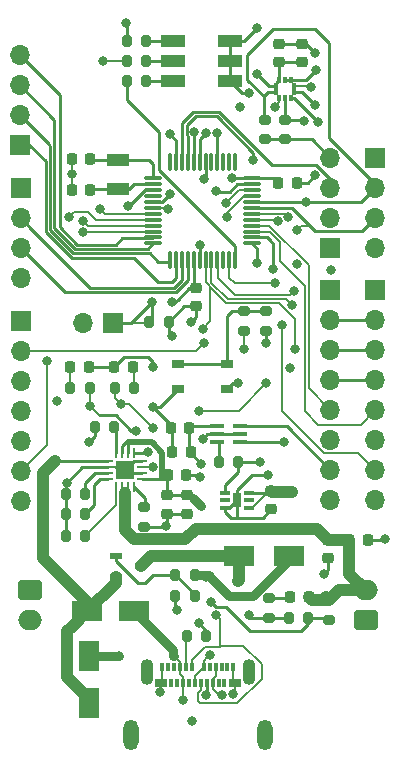
<source format=gbr>
%TF.GenerationSoftware,KiCad,Pcbnew,(6.0.5)*%
%TF.CreationDate,2022-07-28T20:20:27-06:00*%
%TF.ProjectId,transmitter,7472616e-736d-4697-9474-65722e6b6963,rev?*%
%TF.SameCoordinates,Original*%
%TF.FileFunction,Copper,L1,Top*%
%TF.FilePolarity,Positive*%
%FSLAX46Y46*%
G04 Gerber Fmt 4.6, Leading zero omitted, Abs format (unit mm)*
G04 Created by KiCad (PCBNEW (6.0.5)) date 2022-07-28 20:20:27*
%MOMM*%
%LPD*%
G01*
G04 APERTURE LIST*
G04 Aperture macros list*
%AMRoundRect*
0 Rectangle with rounded corners*
0 $1 Rounding radius*
0 $2 $3 $4 $5 $6 $7 $8 $9 X,Y pos of 4 corners*
0 Add a 4 corners polygon primitive as box body*
4,1,4,$2,$3,$4,$5,$6,$7,$8,$9,$2,$3,0*
0 Add four circle primitives for the rounded corners*
1,1,$1+$1,$2,$3*
1,1,$1+$1,$4,$5*
1,1,$1+$1,$6,$7*
1,1,$1+$1,$8,$9*
0 Add four rect primitives between the rounded corners*
20,1,$1+$1,$2,$3,$4,$5,0*
20,1,$1+$1,$4,$5,$6,$7,0*
20,1,$1+$1,$6,$7,$8,$9,0*
20,1,$1+$1,$8,$9,$2,$3,0*%
G04 Aperture macros list end*
%TA.AperFunction,ComponentPad*%
%ADD10RoundRect,0.250000X-0.750000X0.600000X-0.750000X-0.600000X0.750000X-0.600000X0.750000X0.600000X0*%
%TD*%
%TA.AperFunction,ComponentPad*%
%ADD11O,2.000000X1.700000*%
%TD*%
%TA.AperFunction,SMDPad,CuDef*%
%ADD12RoundRect,0.225000X-0.225000X-0.250000X0.225000X-0.250000X0.225000X0.250000X-0.225000X0.250000X0*%
%TD*%
%TA.AperFunction,ComponentPad*%
%ADD13R,1.700000X1.700000*%
%TD*%
%TA.AperFunction,ComponentPad*%
%ADD14O,1.700000X1.700000*%
%TD*%
%TA.AperFunction,SMDPad,CuDef*%
%ADD15RoundRect,0.225000X0.250000X-0.225000X0.250000X0.225000X-0.250000X0.225000X-0.250000X-0.225000X0*%
%TD*%
%TA.AperFunction,SMDPad,CuDef*%
%ADD16RoundRect,0.200000X0.200000X0.275000X-0.200000X0.275000X-0.200000X-0.275000X0.200000X-0.275000X0*%
%TD*%
%TA.AperFunction,SMDPad,CuDef*%
%ADD17RoundRect,0.225000X-0.250000X0.225000X-0.250000X-0.225000X0.250000X-0.225000X0.250000X0.225000X0*%
%TD*%
%TA.AperFunction,SMDPad,CuDef*%
%ADD18RoundRect,0.200000X-0.200000X-0.275000X0.200000X-0.275000X0.200000X0.275000X-0.200000X0.275000X0*%
%TD*%
%TA.AperFunction,SMDPad,CuDef*%
%ADD19R,0.300000X0.700000*%
%TD*%
%TA.AperFunction,SMDPad,CuDef*%
%ADD20R,1.000000X0.700000*%
%TD*%
%TA.AperFunction,ComponentPad*%
%ADD21O,1.100000X2.200000*%
%TD*%
%TA.AperFunction,ComponentPad*%
%ADD22O,1.300000X2.600000*%
%TD*%
%TA.AperFunction,SMDPad,CuDef*%
%ADD23RoundRect,0.200000X-0.275000X0.200000X-0.275000X-0.200000X0.275000X-0.200000X0.275000X0.200000X0*%
%TD*%
%TA.AperFunction,SMDPad,CuDef*%
%ADD24RoundRect,0.008100X-0.421900X-0.126900X0.421900X-0.126900X0.421900X0.126900X-0.421900X0.126900X0*%
%TD*%
%TA.AperFunction,SMDPad,CuDef*%
%ADD25R,0.750000X1.200000*%
%TD*%
%TA.AperFunction,SMDPad,CuDef*%
%ADD26R,1.800000X2.500000*%
%TD*%
%TA.AperFunction,SMDPad,CuDef*%
%ADD27RoundRect,0.007000X0.168000X-0.183000X0.168000X0.183000X-0.168000X0.183000X-0.168000X-0.183000X0*%
%TD*%
%TA.AperFunction,SMDPad,CuDef*%
%ADD28R,2.000000X1.100000*%
%TD*%
%TA.AperFunction,SMDPad,CuDef*%
%ADD29RoundRect,0.225000X0.225000X0.250000X-0.225000X0.250000X-0.225000X-0.250000X0.225000X-0.250000X0*%
%TD*%
%TA.AperFunction,SMDPad,CuDef*%
%ADD30RoundRect,0.200000X0.275000X-0.200000X0.275000X0.200000X-0.275000X0.200000X-0.275000X-0.200000X0*%
%TD*%
%TA.AperFunction,SMDPad,CuDef*%
%ADD31R,1.168400X0.355600*%
%TD*%
%TA.AperFunction,SMDPad,CuDef*%
%ADD32RoundRect,0.218750X-0.218750X-0.256250X0.218750X-0.256250X0.218750X0.256250X-0.218750X0.256250X0*%
%TD*%
%TA.AperFunction,SMDPad,CuDef*%
%ADD33RoundRect,0.062500X0.062500X-0.375000X0.062500X0.375000X-0.062500X0.375000X-0.062500X-0.375000X0*%
%TD*%
%TA.AperFunction,SMDPad,CuDef*%
%ADD34RoundRect,0.062500X0.375000X-0.062500X0.375000X0.062500X-0.375000X0.062500X-0.375000X-0.062500X0*%
%TD*%
%TA.AperFunction,SMDPad,CuDef*%
%ADD35R,1.600000X1.600000*%
%TD*%
%TA.AperFunction,SMDPad,CuDef*%
%ADD36RoundRect,0.218750X0.218750X0.256250X-0.218750X0.256250X-0.218750X-0.256250X0.218750X-0.256250X0*%
%TD*%
%TA.AperFunction,SMDPad,CuDef*%
%ADD37R,1.090000X0.610000*%
%TD*%
%TA.AperFunction,SMDPad,CuDef*%
%ADD38R,1.900000X1.100000*%
%TD*%
%TA.AperFunction,ComponentPad*%
%ADD39RoundRect,0.250000X0.750000X-0.600000X0.750000X0.600000X-0.750000X0.600000X-0.750000X-0.600000X0*%
%TD*%
%TA.AperFunction,SMDPad,CuDef*%
%ADD40R,1.050000X0.650000*%
%TD*%
%TA.AperFunction,SMDPad,CuDef*%
%ADD41RoundRect,0.075000X-0.662500X-0.075000X0.662500X-0.075000X0.662500X0.075000X-0.662500X0.075000X0*%
%TD*%
%TA.AperFunction,SMDPad,CuDef*%
%ADD42RoundRect,0.075000X-0.075000X-0.662500X0.075000X-0.662500X0.075000X0.662500X-0.075000X0.662500X0*%
%TD*%
%TA.AperFunction,SMDPad,CuDef*%
%ADD43R,2.500000X1.800000*%
%TD*%
%TA.AperFunction,SMDPad,CuDef*%
%ADD44R,2.650000X1.750000*%
%TD*%
%TA.AperFunction,ViaPad*%
%ADD45C,0.800000*%
%TD*%
%TA.AperFunction,Conductor*%
%ADD46C,0.250000*%
%TD*%
%TA.AperFunction,Conductor*%
%ADD47C,1.000000*%
%TD*%
%TA.AperFunction,Conductor*%
%ADD48C,0.200000*%
%TD*%
%TA.AperFunction,Conductor*%
%ADD49C,0.800000*%
%TD*%
%TA.AperFunction,Conductor*%
%ADD50C,0.500000*%
%TD*%
G04 APERTURE END LIST*
D10*
%TO.P,J9,1,Pin_1*%
%TO.N,GND*%
X134800000Y-125000000D03*
D11*
%TO.P,J9,2,Pin_2*%
%TO.N,Net-(D2-Pad2)*%
X134800000Y-127500000D03*
%TD*%
D12*
%TO.P,C2,1*%
%TO.N,GND*%
X138325000Y-91100000D03*
%TO.P,C2,2*%
%TO.N,Net-(C2-Pad2)*%
X139875000Y-91100000D03*
%TD*%
D13*
%TO.P,J3,1,Pin_1*%
%TO.N,GND*%
X160225000Y-99625000D03*
D14*
%TO.P,J3,2,Pin_2*%
%TO.N,/MISO*%
X160225000Y-102165000D03*
%TO.P,J3,3,Pin_3*%
%TO.N,/MOSI*%
X160225000Y-104705000D03*
%TO.P,J3,4,Pin_4*%
%TO.N,/SCK*%
X160225000Y-107245000D03*
%TO.P,J3,5,Pin_5*%
%TO.N,/CS2*%
X160225000Y-109785000D03*
%TO.P,J3,6,Pin_6*%
%TO.N,/SDA*%
X160225000Y-112325000D03*
%TO.P,J3,7,Pin_7*%
%TO.N,/SCL*%
X160225000Y-114865000D03*
%TO.P,J3,8,Pin_8*%
%TO.N,+3V3*%
X160225000Y-117405000D03*
%TD*%
D15*
%TO.P,C18,1*%
%TO.N,+3V3*%
X157800000Y-80275000D03*
%TO.P,C18,2*%
%TO.N,GND*%
X157800000Y-78725000D03*
%TD*%
D16*
%TO.P,R22,1*%
%TO.N,Net-(D7-Pad4)*%
X144625000Y-78500000D03*
%TO.P,R22,2*%
%TO.N,/LEDs/B_a*%
X142975000Y-78500000D03*
%TD*%
D17*
%TO.P,C15,1*%
%TO.N,/Regulators/+5V_reg*%
X155200000Y-116625000D03*
%TO.P,C15,2*%
%TO.N,GND*%
X155200000Y-118175000D03*
%TD*%
D18*
%TO.P,R12,1*%
%TO.N,GND*%
X137825000Y-118562500D03*
%TO.P,R12,2*%
%TO.N,Net-(R12-Pad2)*%
X139475000Y-118562500D03*
%TD*%
D19*
%TO.P,J10,A1,GND*%
%TO.N,GND*%
X146000000Y-131530000D03*
%TO.P,J10,A2,TX1+*%
%TO.N,unconnected-(J10-PadA2)*%
X146500000Y-131530000D03*
%TO.P,J10,A3,TX1-*%
%TO.N,unconnected-(J10-PadA3)*%
X147000000Y-131530000D03*
%TO.P,J10,A4,VBUS*%
%TO.N,Net-(D6-Pad2)*%
X147500000Y-131530000D03*
%TO.P,J10,A5,CC1*%
%TO.N,Net-(J10-PadA5)*%
X148000000Y-131530000D03*
%TO.P,J10,A6,D+_A*%
%TO.N,/D+*%
X148500000Y-131530000D03*
%TO.P,J10,A7,D-_A*%
%TO.N,/D-*%
X149500000Y-131530000D03*
%TO.P,J10,A8,SBU1*%
%TO.N,unconnected-(J10-PadA8)*%
X150000000Y-131530000D03*
%TO.P,J10,A9,VBUS*%
%TO.N,Net-(D6-Pad2)*%
X150500000Y-131530000D03*
%TO.P,J10,A10,RX2-*%
%TO.N,unconnected-(J10-PadA10)*%
X151000000Y-131530000D03*
%TO.P,J10,A11,RX2+*%
%TO.N,unconnected-(J10-PadA11)*%
X151500000Y-131530000D03*
%TO.P,J10,A12,GND*%
%TO.N,GND*%
X152000000Y-131530000D03*
D20*
%TO.P,J10,B1,GND*%
X152100000Y-132830000D03*
D19*
%TO.P,J10,B2,TX2+*%
%TO.N,unconnected-(J10-PadB2)*%
X151250000Y-132830000D03*
%TO.P,J10,B3,TX2-*%
%TO.N,unconnected-(J10-PadB3)*%
X150750000Y-132830000D03*
%TO.P,J10,B4,VBUS*%
%TO.N,Net-(D6-Pad2)*%
X150250000Y-132830000D03*
%TO.P,J10,B5,CC2*%
%TO.N,Net-(J10-PadB5)*%
X149750000Y-132830000D03*
%TO.P,J10,B6,D+_B*%
%TO.N,/D+*%
X149250000Y-132830000D03*
%TO.P,J10,B7,D-_B*%
%TO.N,/D-*%
X148750000Y-132830000D03*
%TO.P,J10,B8,SBU2*%
%TO.N,unconnected-(J10-PadB8)*%
X148250000Y-132830000D03*
%TO.P,J10,B9,VBUS*%
%TO.N,Net-(D6-Pad2)*%
X147750000Y-132830000D03*
%TO.P,J10,B10,RX1-*%
%TO.N,unconnected-(J10-PadB10)*%
X147250000Y-132830000D03*
%TO.P,J10,B11,RX1+*%
%TO.N,unconnected-(J10-PadB11)*%
X146750000Y-132830000D03*
D20*
%TO.P,J10,B12,GND*%
%TO.N,GND*%
X145900000Y-132830000D03*
D21*
%TO.P,J10,S1,SHIELD*%
%TO.N,unconnected-(J10-PadS1)*%
X144680000Y-131940000D03*
%TO.P,J10,S2,SHIELD*%
X153320000Y-131940000D03*
D22*
%TO.P,J10,S3,SHIELD*%
X143350000Y-137300000D03*
%TO.P,J10,S4,SHIELD*%
X154650000Y-137300000D03*
%TD*%
D12*
%TO.P,C14,1*%
%TO.N,/LiPo/SOUT*%
X146475000Y-115262500D03*
%TO.P,C14,2*%
%TO.N,GND*%
X148025000Y-115262500D03*
%TD*%
D23*
%TO.P,R1,1*%
%TO.N,Net-(D1-Pad1)*%
X155000000Y-125675000D03*
%TO.P,R1,2*%
%TO.N,GND*%
X155000000Y-127325000D03*
%TD*%
D24*
%TO.P,U3,1,OUT*%
%TO.N,+3V3*%
X151265000Y-116750000D03*
%TO.P,U3,2,N/C_2*%
%TO.N,unconnected-(U3-Pad2)*%
X151265000Y-117400000D03*
%TO.P,U3,3,GND*%
%TO.N,GND*%
X151265000Y-118050000D03*
%TO.P,U3,4,EN*%
%TO.N,/Regulators/+5V_reg*%
X153335000Y-118050000D03*
%TO.P,U3,5,N/C_5*%
%TO.N,unconnected-(U3-Pad5)*%
X153335000Y-117400000D03*
%TO.P,U3,6,IN*%
%TO.N,/Regulators/+5V_reg*%
X153335000Y-116750000D03*
D25*
%TO.P,U3,7,EXP*%
%TO.N,GND*%
X152300000Y-117400000D03*
%TD*%
D16*
%TO.P,R16,1*%
%TO.N,Net-(Q1-Pad1)*%
X148725000Y-125500000D03*
%TO.P,R16,2*%
%TO.N,GND*%
X147075000Y-125500000D03*
%TD*%
D12*
%TO.P,C1,1*%
%TO.N,GND*%
X138325000Y-88500000D03*
%TO.P,C1,2*%
%TO.N,Net-(C1-Pad2)*%
X139875000Y-88500000D03*
%TD*%
D26*
%TO.P,D2,1,K*%
%TO.N,VBUS*%
X139800000Y-134600000D03*
%TO.P,D2,2,A*%
%TO.N,Net-(D2-Pad2)*%
X139800000Y-130600000D03*
%TD*%
D13*
%TO.P,J8,1,Pin_1*%
%TO.N,GND*%
X134000000Y-90980000D03*
D14*
%TO.P,J8,2,Pin_2*%
%TO.N,/TX*%
X134000000Y-93520000D03*
%TO.P,J8,3,Pin_3*%
%TO.N,/RX*%
X134000000Y-96060000D03*
%TO.P,J8,4,Pin_4*%
%TO.N,+3V3*%
X134000000Y-98600000D03*
%TD*%
D23*
%TO.P,R4,1*%
%TO.N,/SCL*%
X154700000Y-85175000D03*
%TO.P,R4,2*%
%TO.N,+3V3*%
X154700000Y-86825000D03*
%TD*%
D12*
%TO.P,C6,1*%
%TO.N,+3V3*%
X155825000Y-90500000D03*
%TO.P,C6,2*%
%TO.N,GND*%
X157375000Y-90500000D03*
%TD*%
D16*
%TO.P,R21,1*%
%TO.N,Net-(D7-Pad5)*%
X144625000Y-80200000D03*
%TO.P,R21,2*%
%TO.N,/LEDs/G_a*%
X142975000Y-80200000D03*
%TD*%
D23*
%TO.P,R8,1*%
%TO.N,/MCU/~{RESET}*%
X152900000Y-101375000D03*
%TO.P,R8,2*%
%TO.N,Net-(C3-Pad1)*%
X152900000Y-103025000D03*
%TD*%
D27*
%TO.P,U4,1,VDDIO*%
%TO.N,+3V3*%
X155635000Y-82350000D03*
%TO.P,U4,2,SCK*%
%TO.N,/SCL*%
X155635000Y-82850000D03*
%TO.P,U4,3,VSS*%
%TO.N,GND*%
X155900000Y-83365000D03*
%TO.P,U4,4,SDI*%
%TO.N,/SDA*%
X156400000Y-83365000D03*
%TO.P,U4,5,SDO*%
%TO.N,GND*%
X156900000Y-83365000D03*
%TO.P,U4,6,CSB*%
%TO.N,+3V3*%
X157165000Y-82850000D03*
%TO.P,U4,7,INT*%
%TO.N,/Barometer/INTB*%
X157165000Y-82350000D03*
%TO.P,U4,8,VSS*%
%TO.N,GND*%
X156900000Y-81835000D03*
%TO.P,U4,9,VSS*%
X156400000Y-81835000D03*
%TO.P,U4,10,VDD*%
%TO.N,+3V3*%
X155900000Y-81835000D03*
%TD*%
D23*
%TO.P,R2,1*%
%TO.N,/VBAT*%
X160100000Y-125875000D03*
%TO.P,R2,2*%
%TO.N,/MCU/VDIV*%
X160100000Y-127525000D03*
%TD*%
D18*
%TO.P,R15,1*%
%TO.N,Net-(D4-Pad1)*%
X138175000Y-107900000D03*
%TO.P,R15,2*%
%TO.N,/CHG*%
X139825000Y-107900000D03*
%TD*%
%TO.P,R14,1*%
%TO.N,/PGOOD*%
X141975000Y-107900000D03*
%TO.P,R14,2*%
%TO.N,Net-(D3-Pad1)*%
X143625000Y-107900000D03*
%TD*%
D13*
%TO.P,J4,1,Pin_1*%
%TO.N,/~{THERM}*%
X141775000Y-102400000D03*
D14*
%TO.P,J4,2,Pin_2*%
%TO.N,+3V3*%
X139235000Y-102400000D03*
%TD*%
D28*
%TO.P,D7,1,RK*%
%TO.N,GND*%
X151700000Y-81900000D03*
%TO.P,D7,2,GK*%
X151700000Y-80200000D03*
%TO.P,D7,3,BK*%
X151700000Y-78500000D03*
%TO.P,D7,4,BA*%
%TO.N,Net-(D7-Pad4)*%
X146900000Y-78500000D03*
%TO.P,D7,5,GA*%
%TO.N,Net-(D7-Pad5)*%
X146900000Y-80200000D03*
%TO.P,D7,6,RA*%
%TO.N,Net-(D7-Pad6)*%
X146900000Y-81900000D03*
%TD*%
D16*
%TO.P,R20,1*%
%TO.N,Net-(D7-Pad6)*%
X144625000Y-81900000D03*
%TO.P,R20,2*%
%TO.N,/LEDs/R_a*%
X142975000Y-81900000D03*
%TD*%
D18*
%TO.P,R13,1*%
%TO.N,GND*%
X137825000Y-120462500D03*
%TO.P,R13,2*%
%TO.N,Net-(R13-Pad2)*%
X139475000Y-120462500D03*
%TD*%
D29*
%TO.P,C19,1*%
%TO.N,+3V3*%
X148275000Y-111300000D03*
%TO.P,C19,2*%
%TO.N,GND*%
X146725000Y-111300000D03*
%TD*%
D18*
%TO.P,R23,1*%
%TO.N,/I2C Active Terminator/EN*%
X150775000Y-114200000D03*
%TO.P,R23,2*%
%TO.N,+3V3*%
X152425000Y-114200000D03*
%TD*%
D13*
%TO.P,J2,1,Pin_1*%
%TO.N,/MCU/GPIO4*%
X133900000Y-87300000D03*
D14*
%TO.P,J2,2,Pin_2*%
%TO.N,/MCU/GPIO3*%
X133900000Y-84760000D03*
%TO.P,J2,3,Pin_3*%
%TO.N,/MCU/GPIO2*%
X133900000Y-82220000D03*
%TO.P,J2,4,Pin_4*%
%TO.N,/MCU/GPIO1*%
X133900000Y-79680000D03*
%TD*%
D30*
%TO.P,R7,1*%
%TO.N,+3V3*%
X154800000Y-103025000D03*
%TO.P,R7,2*%
%TO.N,/MCU/~{RESET}*%
X154800000Y-101375000D03*
%TD*%
D15*
%TO.P,C17,1*%
%TO.N,+3V3*%
X155900000Y-80275000D03*
%TO.P,C17,2*%
%TO.N,GND*%
X155900000Y-78725000D03*
%TD*%
D17*
%TO.P,C10,1*%
%TO.N,/VBAT*%
X160000000Y-120725000D03*
%TO.P,C10,2*%
%TO.N,GND*%
X160000000Y-122275000D03*
%TD*%
D31*
%TO.P,U5,1,VCC*%
%TO.N,+3V3*%
X150634800Y-111150000D03*
%TO.P,U5,2,GND_2*%
%TO.N,GND*%
X150634800Y-111800000D03*
%TO.P,U5,3,ENABLE*%
%TO.N,/I2C Active Terminator/EN*%
X150634800Y-112450000D03*
%TO.P,U5,4,BUS2*%
%TO.N,/SDA*%
X152565200Y-112450000D03*
%TO.P,U5,5,GND*%
%TO.N,GND*%
X152565200Y-111800000D03*
%TO.P,U5,6,BUS1*%
%TO.N,/SCL*%
X152565200Y-111150000D03*
%TD*%
D12*
%TO.P,C11,1*%
%TO.N,/VBAT*%
X161825000Y-120800000D03*
%TO.P,C11,2*%
%TO.N,GND*%
X163375000Y-120800000D03*
%TD*%
D13*
%TO.P,J5,1,Pin_1*%
%TO.N,GND*%
X134000000Y-102200000D03*
D14*
%TO.P,J5,2,Pin_2*%
%TO.N,/MISO*%
X134000000Y-104740000D03*
%TO.P,J5,3,Pin_3*%
%TO.N,/MOSI*%
X134000000Y-107280000D03*
%TO.P,J5,4,Pin_4*%
%TO.N,/SCK*%
X134000000Y-109820000D03*
%TO.P,J5,5,Pin_5*%
%TO.N,/CS1*%
X134000000Y-112360000D03*
%TO.P,J5,6,Pin_6*%
%TO.N,/CS*%
X134000000Y-114900000D03*
%TO.P,J5,7,Pin_7*%
%TO.N,+3V3*%
X134000000Y-117440000D03*
%TD*%
D18*
%TO.P,R6,1*%
%TO.N,/~{THERM}*%
X144875000Y-102300000D03*
%TO.P,R6,2*%
%TO.N,GND*%
X146525000Y-102300000D03*
%TD*%
D32*
%TO.P,D4,1,K*%
%TO.N,Net-(D4-Pad1)*%
X138212500Y-106100000D03*
%TO.P,D4,2,A*%
%TO.N,+3V3*%
X139787500Y-106100000D03*
%TD*%
D33*
%TO.P,U2,1,TS*%
%TO.N,Net-(R13-Pad2)*%
X142100000Y-116300000D03*
%TO.P,U2,2,BAT*%
%TO.N,/VBAT*%
X142600000Y-116300000D03*
%TO.P,U2,3,BAT*%
X143100000Y-116300000D03*
%TO.P,U2,4,~{CE}*%
%TO.N,Net-(R10-Pad2)*%
X143600000Y-116300000D03*
D34*
%TO.P,U2,5,EN2*%
%TO.N,/LiPo/SOUT*%
X144287500Y-115612500D03*
%TO.P,U2,6,EN1*%
%TO.N,GND*%
X144287500Y-115112500D03*
%TO.P,U2,7,~{PGOOD}*%
%TO.N,/PGOOD*%
X144287500Y-114612500D03*
%TO.P,U2,8,VSS*%
%TO.N,GND*%
X144287500Y-114112500D03*
D33*
%TO.P,U2,9,~{CHG}*%
%TO.N,/CHG*%
X143600000Y-113425000D03*
%TO.P,U2,10,OUT*%
%TO.N,/LiPo/SOUT*%
X143100000Y-113425000D03*
%TO.P,U2,11,OUT*%
X142600000Y-113425000D03*
%TO.P,U2,12,ILIM*%
%TO.N,Net-(R11-Pad2)*%
X142100000Y-113425000D03*
D34*
%TO.P,U2,13,IN*%
%TO.N,VBUS*%
X141412500Y-114112500D03*
%TO.P,U2,14,TMR*%
%TO.N,GND*%
X141412500Y-114612500D03*
%TO.P,U2,15,ITERM*%
%TO.N,Net-(R9-Pad2)*%
X141412500Y-115112500D03*
%TO.P,U2,16,ISET*%
%TO.N,Net-(R12-Pad2)*%
X141412500Y-115612500D03*
D35*
%TO.P,U2,17,VSS*%
%TO.N,GND*%
X142850000Y-114862500D03*
%TD*%
D36*
%TO.P,D3,1,K*%
%TO.N,Net-(D3-Pad1)*%
X143487500Y-106100000D03*
%TO.P,D3,2,A*%
%TO.N,+3V3*%
X141912500Y-106100000D03*
%TD*%
D37*
%TO.P,Q1,1*%
%TO.N,Net-(Q1-Pad1)*%
X142030000Y-122085000D03*
%TO.P,Q1,2*%
%TO.N,VBUS*%
X142030000Y-123915000D03*
%TO.P,Q1,3*%
%TO.N,/Regulators/+5V_reg*%
X144170000Y-123000000D03*
%TD*%
D18*
%TO.P,R17,1*%
%TO.N,Net-(Q1-Pad1)*%
X147075000Y-123700000D03*
%TO.P,R17,2*%
%TO.N,/LiPo/SOUT*%
X148725000Y-123700000D03*
%TD*%
D38*
%TO.P,Y1,1,1*%
%TO.N,Net-(C1-Pad2)*%
X142200000Y-88550000D03*
%TO.P,Y1,2,2*%
%TO.N,Net-(C2-Pad2)*%
X142200000Y-91050000D03*
%TD*%
D39*
%TO.P,J1,1,Pin_1*%
%TO.N,GND*%
X163200000Y-127500000D03*
D11*
%TO.P,J1,2,Pin_2*%
%TO.N,/VBAT*%
X163200000Y-125000000D03*
%TD*%
D16*
%TO.P,R3,1*%
%TO.N,/MCU/VDIV*%
X158325000Y-127400000D03*
%TO.P,R3,2*%
%TO.N,GND*%
X156675000Y-127400000D03*
%TD*%
D13*
%TO.P,J7,1,Pin_1*%
%TO.N,GND*%
X164025000Y-88400000D03*
D14*
%TO.P,J7,2,Pin_2*%
%TO.N,/SCL*%
X164025000Y-90940000D03*
%TO.P,J7,3,Pin_3*%
%TO.N,/SDA*%
X164025000Y-93480000D03*
%TO.P,J7,4,Pin_4*%
%TO.N,+3V3*%
X164025000Y-96020000D03*
%TD*%
D30*
%TO.P,R10,1*%
%TO.N,GND*%
X144400000Y-119625000D03*
%TO.P,R10,2*%
%TO.N,Net-(R10-Pad2)*%
X144400000Y-117975000D03*
%TD*%
D18*
%TO.P,R9,1*%
%TO.N,GND*%
X137825000Y-116862500D03*
%TO.P,R9,2*%
%TO.N,Net-(R9-Pad2)*%
X139475000Y-116862500D03*
%TD*%
D40*
%TO.P,SW1,1,1*%
%TO.N,/MCU/~{RESET}*%
X147325000Y-105825000D03*
%TO.P,SW1,2,2*%
X151475000Y-105825000D03*
%TO.P,SW1,3,3*%
%TO.N,GND*%
X147325000Y-107975000D03*
%TO.P,SW1,4,4*%
X151475000Y-107975000D03*
%TD*%
D29*
%TO.P,C16,1*%
%TO.N,+3V3*%
X148375000Y-113300000D03*
%TO.P,C16,2*%
%TO.N,GND*%
X146825000Y-113300000D03*
%TD*%
D41*
%TO.P,U1,1,PA00*%
%TO.N,Net-(C1-Pad2)*%
X145237500Y-90150000D03*
%TO.P,U1,2,PA01*%
%TO.N,Net-(C2-Pad2)*%
X145237500Y-90650000D03*
%TO.P,U1,3,PA02*%
%TO.N,/MCU/VDIV*%
X145237500Y-91150000D03*
%TO.P,U1,4,PA03*%
%TO.N,unconnected-(U1-Pad4)*%
X145237500Y-91650000D03*
%TO.P,U1,5,GNDANA*%
%TO.N,GND*%
X145237500Y-92150000D03*
%TO.P,U1,6,VDDANA*%
%TO.N,+3V3*%
X145237500Y-92650000D03*
%TO.P,U1,7,PB08*%
%TO.N,/CS1*%
X145237500Y-93150000D03*
%TO.P,U1,8,PB09*%
%TO.N,/CS*%
X145237500Y-93650000D03*
%TO.P,U1,9,PA04*%
%TO.N,/CHG*%
X145237500Y-94150000D03*
%TO.P,U1,10,PA05*%
%TO.N,/PGOOD*%
X145237500Y-94650000D03*
%TO.P,U1,11,PA06*%
%TO.N,/MCU/GPIO1*%
X145237500Y-95150000D03*
%TO.P,U1,12,PA07*%
%TO.N,/MCU/GPIO2*%
X145237500Y-95650000D03*
D42*
%TO.P,U1,13,PA08*%
%TO.N,/MCU/GPIO3*%
X146650000Y-97062500D03*
%TO.P,U1,14,PA09*%
%TO.N,/MCU/GPIO4*%
X147150000Y-97062500D03*
%TO.P,U1,15,PA10*%
%TO.N,/TX*%
X147650000Y-97062500D03*
%TO.P,U1,16,PA11*%
%TO.N,/RX*%
X148150000Y-97062500D03*
%TO.P,U1,17,VDDIO*%
%TO.N,+3V3*%
X148650000Y-97062500D03*
%TO.P,U1,18,GND*%
%TO.N,GND*%
X149150000Y-97062500D03*
%TO.P,U1,19,PB10*%
%TO.N,/MOSI*%
X149650000Y-97062500D03*
%TO.P,U1,20,PB11*%
%TO.N,/SCK*%
X150150000Y-97062500D03*
%TO.P,U1,21,PA12*%
%TO.N,/MISO*%
X150650000Y-97062500D03*
%TO.P,U1,22,PA13*%
%TO.N,unconnected-(U1-Pad22)*%
X151150000Y-97062500D03*
%TO.P,U1,23,PA14*%
%TO.N,/IRQ*%
X151650000Y-97062500D03*
%TO.P,U1,24,PA15*%
%TO.N,/LEDs/R_a*%
X152150000Y-97062500D03*
D41*
%TO.P,U1,25,PA16*%
%TO.N,/LEDs/G_a*%
X153562500Y-95650000D03*
%TO.P,U1,26,PA17*%
%TO.N,/LEDs/B_a*%
X153562500Y-95150000D03*
%TO.P,U1,27,PA18*%
%TO.N,/RST*%
X153562500Y-94650000D03*
%TO.P,U1,28,PA19*%
%TO.N,/CS2*%
X153562500Y-94150000D03*
%TO.P,U1,29,PA20*%
%TO.N,/CS3*%
X153562500Y-93650000D03*
%TO.P,U1,30,PA21*%
%TO.N,/Barometer/INTB*%
X153562500Y-93150000D03*
%TO.P,U1,31,PA22*%
%TO.N,/SDA*%
X153562500Y-92650000D03*
%TO.P,U1,32,PA23*%
%TO.N,/SCL*%
X153562500Y-92150000D03*
%TO.P,U1,33,PA24*%
%TO.N,/D-*%
X153562500Y-91650000D03*
%TO.P,U1,34,PA25*%
%TO.N,/D+*%
X153562500Y-91150000D03*
%TO.P,U1,35,GND*%
%TO.N,GND*%
X153562500Y-90650000D03*
%TO.P,U1,36,VDDIO*%
%TO.N,+3V3*%
X153562500Y-90150000D03*
D42*
%TO.P,U1,37,PB22*%
%TO.N,unconnected-(U1-Pad37)*%
X152150000Y-88737500D03*
%TO.P,U1,38,PB23*%
%TO.N,unconnected-(U1-Pad38)*%
X151650000Y-88737500D03*
%TO.P,U1,39,PA27*%
%TO.N,unconnected-(U1-Pad39)*%
X151150000Y-88737500D03*
%TO.P,U1,40,~{RESET}*%
%TO.N,Net-(C3-Pad1)*%
X150650000Y-88737500D03*
%TO.P,U1,41,PA28*%
%TO.N,unconnected-(U1-Pad41)*%
X150150000Y-88737500D03*
%TO.P,U1,42,GND*%
%TO.N,GND*%
X149650000Y-88737500D03*
%TO.P,U1,43,VDDCORE*%
%TO.N,Net-(C5-Pad2)*%
X149150000Y-88737500D03*
%TO.P,U1,44,VDDIN*%
%TO.N,Net-(C4-Pad2)*%
X148650000Y-88737500D03*
%TO.P,U1,45,PA30*%
%TO.N,/SWCLK*%
X148150000Y-88737500D03*
%TO.P,U1,46,PA31*%
%TO.N,/SWDIO*%
X147650000Y-88737500D03*
%TO.P,U1,47,PB02*%
%TO.N,/~{THERM}*%
X147150000Y-88737500D03*
%TO.P,U1,48,PB03*%
%TO.N,unconnected-(U1-Pad48)*%
X146650000Y-88737500D03*
%TD*%
D13*
%TO.P,J6,1,Pin_1*%
%TO.N,GND*%
X160200000Y-96000000D03*
D14*
%TO.P,J6,2,Pin_2*%
%TO.N,/SWCLK*%
X160200000Y-93460000D03*
%TO.P,J6,3,Pin_3*%
%TO.N,/SWDIO*%
X160200000Y-90920000D03*
%TO.P,J6,4,Pin_4*%
%TO.N,+3V3*%
X160200000Y-88380000D03*
%TD*%
D30*
%TO.P,R5,1*%
%TO.N,+3V3*%
X156400000Y-86825000D03*
%TO.P,R5,2*%
%TO.N,/SDA*%
X156400000Y-85175000D03*
%TD*%
D17*
%TO.P,C13,1*%
%TO.N,/LiPo/SOUT*%
X148050000Y-116987500D03*
%TO.P,C13,2*%
%TO.N,GND*%
X148050000Y-118537500D03*
%TD*%
D13*
%TO.P,J11,1,Pin_1*%
%TO.N,GND*%
X164025000Y-99625000D03*
D14*
%TO.P,J11,2,Pin_2*%
%TO.N,/MISO*%
X164025000Y-102165000D03*
%TO.P,J11,3,Pin_3*%
%TO.N,/MOSI*%
X164025000Y-104705000D03*
%TO.P,J11,4,Pin_4*%
%TO.N,/SCK*%
X164025000Y-107245000D03*
%TO.P,J11,5,Pin_5*%
%TO.N,/RST*%
X164025000Y-109785000D03*
%TO.P,J11,6,Pin_6*%
%TO.N,/CS3*%
X164025000Y-112325000D03*
%TO.P,J11,7,Pin_7*%
%TO.N,/IRQ*%
X164025000Y-114865000D03*
%TO.P,J11,8,Pin_8*%
%TO.N,+3V3*%
X164025000Y-117405000D03*
%TD*%
D32*
%TO.P,D1,1,K*%
%TO.N,Net-(D1-Pad1)*%
X156812500Y-125600000D03*
%TO.P,D1,2,A*%
%TO.N,/VBAT*%
X158387500Y-125600000D03*
%TD*%
D18*
%TO.P,R18,1*%
%TO.N,Net-(J10-PadA5)*%
X148075000Y-128900000D03*
%TO.P,R18,2*%
%TO.N,GND*%
X149725000Y-128900000D03*
%TD*%
D43*
%TO.P,D6,1,K*%
%TO.N,VBUS*%
X139600000Y-126800000D03*
%TO.P,D6,2,A*%
%TO.N,Net-(D6-Pad2)*%
X143600000Y-126800000D03*
%TD*%
D18*
%TO.P,R11,1*%
%TO.N,GND*%
X140275000Y-111200000D03*
%TO.P,R11,2*%
%TO.N,Net-(R11-Pad2)*%
X141925000Y-111200000D03*
%TD*%
D17*
%TO.P,C12,1*%
%TO.N,/LiPo/SOUT*%
X146350000Y-116987500D03*
%TO.P,C12,2*%
%TO.N,GND*%
X146350000Y-118537500D03*
%TD*%
D44*
%TO.P,D5,A,A*%
%TO.N,/LiPo/SOUT*%
X156750000Y-122100000D03*
%TO.P,D5,C,K*%
%TO.N,/Regulators/+5V_reg*%
X152450000Y-122100000D03*
%TD*%
D17*
%TO.P,C7,1*%
%TO.N,+3V3*%
X148800000Y-99425000D03*
%TO.P,C7,2*%
%TO.N,GND*%
X148800000Y-100975000D03*
%TD*%
D45*
%TO.N,GND*%
X155500000Y-84100000D03*
X149500000Y-90200000D03*
X138325000Y-89775000D03*
X137900000Y-115900000D03*
X149200000Y-95800000D03*
X146600000Y-91500000D03*
X159000000Y-81000000D03*
X149100000Y-127800000D03*
X152400000Y-107500000D03*
X149400000Y-112200000D03*
X153300000Y-82900000D03*
X158900000Y-89900000D03*
X145200000Y-109500000D03*
X159200000Y-85400000D03*
X146800000Y-103500000D03*
X142850000Y-114862500D03*
X164800000Y-120700000D03*
X148400000Y-102300000D03*
X154900000Y-115300000D03*
X145800000Y-133600000D03*
X149200000Y-115400000D03*
X158950000Y-79550000D03*
X155500000Y-84100000D03*
X154000000Y-77400000D03*
X150500000Y-91200000D03*
X147200000Y-126700000D03*
X148500000Y-136100000D03*
X153300000Y-127100000D03*
X152000000Y-133800000D03*
X146300000Y-119600000D03*
X152600000Y-84100000D03*
X159700000Y-123600000D03*
X139789355Y-112439442D03*
%TO.N,Net-(C3-Pad1)*%
X152900000Y-104600000D03*
X150600000Y-86300000D03*
%TO.N,Net-(C4-Pad2)*%
X148687119Y-86209803D03*
%TO.N,Net-(C5-Pad2)*%
X149680497Y-86300000D03*
%TO.N,+3V3*%
X149300000Y-114300000D03*
X151900000Y-90100000D03*
X154800000Y-104100000D03*
X154300000Y-114200000D03*
X154000000Y-81300000D03*
X146500000Y-92700000D03*
X158900000Y-83900000D03*
X145200000Y-106100000D03*
X146800000Y-100600000D03*
X146800000Y-100600000D03*
%TO.N,/LiPo/SOUT*%
X149300000Y-117900000D03*
X149700000Y-123900000D03*
%TO.N,/Regulators/+5V_reg*%
X152400000Y-124200000D03*
X157000000Y-116700000D03*
%TO.N,Net-(D2-Pad2)*%
X142300000Y-130600000D03*
%TO.N,Net-(D6-Pad2)*%
X147700000Y-134300000D03*
X151000000Y-133900000D03*
%TO.N,/MISO*%
X157100000Y-99700000D03*
X149500000Y-104100000D03*
%TO.N,/MOSI*%
X157226500Y-104600000D03*
X149400000Y-102900000D03*
%TO.N,/SCK*%
X149100000Y-109800000D03*
X156950000Y-100850000D03*
X154800000Y-107500000D03*
X156800000Y-106200000D03*
%TO.N,/SDA*%
X158000000Y-85300000D03*
X156300000Y-112500000D03*
X157400000Y-94500000D03*
%TO.N,/SCL*%
X158150000Y-92150000D03*
%TO.N,/~{THERM}*%
X146600000Y-86400000D03*
X145100000Y-100600000D03*
%TO.N,/CS1*%
X137100000Y-109000000D03*
X140700000Y-92700000D03*
%TO.N,/CS*%
X136200000Y-105600000D03*
X138100000Y-93400000D03*
%TO.N,/SWCLK*%
X153700000Y-88600000D03*
%TO.N,/D+*%
X150500000Y-127100000D03*
X151400000Y-92200000D03*
%TO.N,/D-*%
X151500000Y-93400000D03*
X150000000Y-130500000D03*
%TO.N,Net-(J10-PadB5)*%
X149700000Y-133900000D03*
%TO.N,/MCU/VDIV*%
X143100000Y-92500000D03*
X150100000Y-126000000D03*
%TO.N,/PGOOD*%
X142450000Y-109250000D03*
X145230500Y-114600000D03*
X139300000Y-94700000D03*
X145200000Y-111300000D03*
%TO.N,/CHG*%
X139300000Y-93773497D03*
X144790631Y-113278869D03*
X139825000Y-109375000D03*
X143800000Y-111500000D03*
%TO.N,/LEDs/G_a*%
X141000000Y-80200000D03*
X154000000Y-97300000D03*
%TO.N,/LEDs/B_a*%
X155400000Y-97800000D03*
X142900000Y-77000000D03*
%TO.N,/CS3*%
X157400000Y-97400000D03*
X160300000Y-97900000D03*
X155761695Y-93794527D03*
%TO.N,/IRQ*%
X155500000Y-99000000D03*
X156100000Y-102600000D03*
%TO.N,/Barometer/INTB*%
X156600000Y-93400000D03*
X158600000Y-82400000D03*
%TD*%
D46*
%TO.N,Net-(D1-Pad1)*%
X156737500Y-125675000D02*
X156812500Y-125600000D01*
X155000000Y-125675000D02*
X156737500Y-125675000D01*
D47*
%TO.N,/VBAT*%
X160100000Y-125875000D02*
X158662500Y-125875000D01*
X158662500Y-125875000D02*
X158387500Y-125600000D01*
D46*
%TO.N,GND*%
X143100000Y-115112500D02*
X142850000Y-114862500D01*
X151265000Y-118050000D02*
X151650000Y-118050000D01*
X149650000Y-90050000D02*
X149500000Y-90200000D01*
D48*
X138325000Y-89775000D02*
X138325000Y-91100000D01*
D46*
X146525000Y-103225000D02*
X146800000Y-103500000D01*
X146525000Y-102300000D02*
X146525000Y-103225000D01*
X163375000Y-120800000D02*
X164700000Y-120800000D01*
X156900000Y-81835000D02*
X158165000Y-81835000D01*
X153550000Y-115300000D02*
X154900000Y-115300000D01*
X148025000Y-115262500D02*
X149062500Y-115262500D01*
D48*
X155900000Y-83365000D02*
X155900000Y-83700000D01*
D46*
X149725000Y-128425000D02*
X149100000Y-127800000D01*
X164700000Y-120800000D02*
X164800000Y-120700000D01*
X151700000Y-91300000D02*
X150600000Y-91300000D01*
X147075000Y-126575000D02*
X147200000Y-126700000D01*
X155200000Y-118175000D02*
X154475000Y-118900000D01*
D48*
X152000000Y-132730000D02*
X152100000Y-132830000D01*
D46*
X152350000Y-90650000D02*
X151700000Y-91300000D01*
D48*
X142262500Y-114862500D02*
X142000000Y-114600000D01*
X152100000Y-133700000D02*
X152000000Y-133800000D01*
D46*
X146725000Y-111300000D02*
X146725000Y-111025000D01*
X149150000Y-97062500D02*
X149150000Y-95850000D01*
X146350000Y-119550000D02*
X146350000Y-118537500D01*
X152300000Y-117400000D02*
X152300000Y-118900000D01*
D48*
X146000000Y-132730000D02*
X145900000Y-132830000D01*
D46*
X158950000Y-79550000D02*
X159000000Y-79600000D01*
D48*
X142000000Y-114600000D02*
X141425000Y-114600000D01*
D46*
X153525000Y-127325000D02*
X153300000Y-127100000D01*
X147075000Y-125500000D02*
X147075000Y-126575000D01*
X139187500Y-114612500D02*
X137900000Y-115900000D01*
D48*
X142850000Y-114862500D02*
X142262500Y-114862500D01*
D46*
X149800000Y-111800000D02*
X149400000Y-112200000D01*
D48*
X152100000Y-132830000D02*
X152100000Y-133700000D01*
D46*
X137825000Y-116862500D02*
X137825000Y-118562500D01*
X151700000Y-81900000D02*
X152700000Y-82900000D01*
X146300000Y-119600000D02*
X146350000Y-119550000D01*
D48*
X141425000Y-114600000D02*
X141412500Y-114612500D01*
D46*
X151650000Y-118050000D02*
X152300000Y-117400000D01*
X156600000Y-127325000D02*
X156675000Y-127400000D01*
X151700000Y-78500000D02*
X152900000Y-78500000D01*
D48*
X146000000Y-131530000D02*
X146000000Y-132730000D01*
D46*
X151265000Y-118365000D02*
X151265000Y-118050000D01*
X151475000Y-107975000D02*
X151950000Y-107500000D01*
X152900000Y-78500000D02*
X154000000Y-77400000D01*
X140275000Y-111925000D02*
X139789355Y-112439442D01*
X150600000Y-91300000D02*
X150500000Y-91200000D01*
X151700000Y-80200000D02*
X151700000Y-78500000D01*
X141412500Y-114612500D02*
X139187500Y-114612500D01*
X160000000Y-123300000D02*
X159700000Y-123600000D01*
X156400000Y-81835000D02*
X156900000Y-81835000D01*
X160000000Y-122275000D02*
X160000000Y-123300000D01*
X146725000Y-111025000D02*
X145200000Y-109500000D01*
X137825000Y-120462500D02*
X137825000Y-118562500D01*
X145237500Y-92150000D02*
X145950000Y-92150000D01*
X151800000Y-118900000D02*
X151265000Y-118365000D01*
X155000000Y-127325000D02*
X156600000Y-127325000D01*
X158125000Y-78725000D02*
X158950000Y-79550000D01*
X146825000Y-113300000D02*
X146825000Y-111400000D01*
X157165000Y-83365000D02*
X159200000Y-85400000D01*
X152300000Y-116550000D02*
X153550000Y-115300000D01*
X158900000Y-89900000D02*
X158300000Y-90500000D01*
X149150000Y-95850000D02*
X149200000Y-95800000D01*
X151700000Y-81900000D02*
X151700000Y-80200000D01*
X155000000Y-127325000D02*
X153525000Y-127325000D01*
X137825000Y-115975000D02*
X137900000Y-115900000D01*
X147850000Y-100975000D02*
X146525000Y-102300000D01*
X156900000Y-83365000D02*
X157165000Y-83365000D01*
X144287500Y-114112500D02*
X143600000Y-114112500D01*
X150634800Y-111800000D02*
X149800000Y-111800000D01*
X137825000Y-116862500D02*
X137825000Y-115975000D01*
X158165000Y-81835000D02*
X159000000Y-81000000D01*
X152565200Y-111800000D02*
X150634800Y-111800000D01*
X145950000Y-92150000D02*
X146600000Y-91500000D01*
X152700000Y-82900000D02*
X153300000Y-82900000D01*
D48*
X145900000Y-133500000D02*
X145800000Y-133600000D01*
D46*
X151950000Y-107500000D02*
X152400000Y-107500000D01*
X146275000Y-119625000D02*
X146300000Y-119600000D01*
X158300000Y-90500000D02*
X157375000Y-90500000D01*
D48*
X145900000Y-132830000D02*
X145900000Y-133500000D01*
X155900000Y-83700000D02*
X155500000Y-84100000D01*
D46*
X148800000Y-100975000D02*
X147850000Y-100975000D01*
X149725000Y-128900000D02*
X149725000Y-128425000D01*
X144287500Y-115112500D02*
X143100000Y-115112500D01*
X157800000Y-78725000D02*
X158125000Y-78725000D01*
X139789355Y-112439442D02*
X139800000Y-112400000D01*
X149650000Y-88737500D02*
X149650000Y-90050000D01*
X149062500Y-115262500D02*
X149200000Y-115400000D01*
X153562500Y-90650000D02*
X152350000Y-90650000D01*
X140275000Y-111200000D02*
X140275000Y-111925000D01*
X143600000Y-114112500D02*
X142850000Y-114862500D01*
X147325000Y-107975000D02*
X145800000Y-109500000D01*
D48*
X138325000Y-88500000D02*
X138325000Y-89775000D01*
D46*
X148050000Y-118537500D02*
X146350000Y-118537500D01*
X144400000Y-119625000D02*
X146275000Y-119625000D01*
X152300000Y-118900000D02*
X151800000Y-118900000D01*
X154475000Y-118900000D02*
X152300000Y-118900000D01*
X148800000Y-101900000D02*
X148400000Y-102300000D01*
D48*
X152000000Y-131530000D02*
X152000000Y-132730000D01*
D46*
X148800000Y-100975000D02*
X148800000Y-101900000D01*
X152300000Y-117400000D02*
X152300000Y-116550000D01*
X155900000Y-78725000D02*
X157800000Y-78725000D01*
X145800000Y-109500000D02*
X145200000Y-109500000D01*
X146825000Y-111400000D02*
X146725000Y-111300000D01*
%TO.N,Net-(C1-Pad2)*%
X145237500Y-88937500D02*
X144850000Y-88550000D01*
X139925000Y-88550000D02*
X139875000Y-88500000D01*
X144850000Y-88550000D02*
X142200000Y-88550000D01*
X145237500Y-90150000D02*
X145237500Y-88937500D01*
X142200000Y-88550000D02*
X139925000Y-88550000D01*
%TO.N,Net-(C2-Pad2)*%
X145237500Y-90650000D02*
X143550000Y-90650000D01*
X139925000Y-91050000D02*
X139875000Y-91100000D01*
X143550000Y-90650000D02*
X143150000Y-91050000D01*
X143150000Y-91050000D02*
X142200000Y-91050000D01*
X142200000Y-91050000D02*
X139925000Y-91050000D01*
D48*
%TO.N,Net-(C3-Pad1)*%
X152900000Y-103025000D02*
X152900000Y-104600000D01*
D46*
X150650000Y-86350000D02*
X150650000Y-88737500D01*
X150600000Y-86300000D02*
X150650000Y-86350000D01*
%TO.N,Net-(C4-Pad2)*%
X148687119Y-86209803D02*
X148687119Y-87334258D01*
X148650000Y-87371377D02*
X148650000Y-88737500D01*
X148687119Y-87334258D02*
X148650000Y-87371377D01*
%TO.N,Net-(C5-Pad2)*%
X149680497Y-86300000D02*
X149150000Y-86830497D01*
X149150000Y-86830497D02*
X149150000Y-88737500D01*
%TO.N,+3V3*%
X141912500Y-106100000D02*
X142712500Y-105300000D01*
X148275000Y-113200000D02*
X148375000Y-113300000D01*
D48*
X145237500Y-92650000D02*
X146450000Y-92650000D01*
D46*
X148275000Y-99425000D02*
X147300000Y-100400000D01*
X155050000Y-82350000D02*
X154200000Y-81500000D01*
X147100000Y-100600000D02*
X146800000Y-100600000D01*
X148425000Y-111150000D02*
X148275000Y-111300000D01*
X148275000Y-111300000D02*
X148275000Y-113200000D01*
X148025000Y-111550000D02*
X148275000Y-111300000D01*
X157165000Y-82850000D02*
X157850000Y-82850000D01*
X144800000Y-105300000D02*
X145200000Y-105700000D01*
X145200000Y-105700000D02*
X145200000Y-106100000D01*
X151950000Y-90150000D02*
X151900000Y-90100000D01*
D48*
X146450000Y-92650000D02*
X146500000Y-92700000D01*
D46*
X139787500Y-106100000D02*
X141912500Y-106100000D01*
X151265000Y-116750000D02*
X151265000Y-116135000D01*
X157850000Y-82850000D02*
X158900000Y-83900000D01*
X150634800Y-111150000D02*
X148425000Y-111150000D01*
X155900000Y-80275000D02*
X157800000Y-80275000D01*
X152425000Y-114975000D02*
X152425000Y-114200000D01*
X148650000Y-99375000D02*
X148600000Y-99425000D01*
X147300000Y-100400000D02*
X147100000Y-100600000D01*
X155635000Y-82350000D02*
X155050000Y-82350000D01*
X148800000Y-99425000D02*
X148275000Y-99425000D01*
X154800000Y-103025000D02*
X154800000Y-104100000D01*
X155635000Y-82100000D02*
X155900000Y-81835000D01*
X148650000Y-97062500D02*
X148650000Y-99375000D01*
X154700000Y-86825000D02*
X156400000Y-86825000D01*
X148375000Y-113375000D02*
X149300000Y-114300000D01*
X151265000Y-116135000D02*
X152425000Y-114975000D01*
X155475000Y-90150000D02*
X155825000Y-90500000D01*
X152425000Y-114200000D02*
X154300000Y-114200000D01*
X154200000Y-81500000D02*
X154000000Y-81300000D01*
X148375000Y-113300000D02*
X148375000Y-113375000D01*
X142712500Y-105300000D02*
X144800000Y-105300000D01*
X158645000Y-86825000D02*
X160200000Y-88380000D01*
X156400000Y-86825000D02*
X158645000Y-86825000D01*
X155635000Y-82350000D02*
X155635000Y-82100000D01*
X155900000Y-81835000D02*
X155900000Y-80275000D01*
X153562500Y-90150000D02*
X151950000Y-90150000D01*
X153562500Y-90150000D02*
X155475000Y-90150000D01*
D48*
%TO.N,/VBAT*%
X143100000Y-116300000D02*
X143100000Y-116548480D01*
D47*
X148800000Y-119800000D02*
X147900000Y-120700000D01*
X142848480Y-119948480D02*
X142848480Y-116800000D01*
X160975000Y-125000000D02*
X160100000Y-125875000D01*
X160075000Y-120800000D02*
X160000000Y-120725000D01*
X159825000Y-125600000D02*
X160100000Y-125875000D01*
X160000000Y-120725000D02*
X159075000Y-119800000D01*
X163200000Y-125000000D02*
X161825000Y-123625000D01*
D48*
X143100000Y-116548480D02*
X142848480Y-116800000D01*
D47*
X163200000Y-125000000D02*
X160975000Y-125000000D01*
X147900000Y-120700000D02*
X143600000Y-120700000D01*
X161825000Y-123625000D02*
X161825000Y-120800000D01*
X143600000Y-120700000D02*
X142848480Y-119948480D01*
X159075000Y-119800000D02*
X148800000Y-119800000D01*
D48*
X142600000Y-116551520D02*
X142848480Y-116800000D01*
D47*
X161825000Y-120800000D02*
X160075000Y-120800000D01*
D48*
X142600000Y-116300000D02*
X142600000Y-116551520D01*
D46*
%TO.N,/LiPo/SOUT*%
X146350000Y-116987500D02*
X148050000Y-116987500D01*
X143100000Y-112500000D02*
X143100000Y-113425000D01*
X144287500Y-115612500D02*
X146125000Y-115612500D01*
D49*
X156750000Y-122422546D02*
X153672546Y-125500000D01*
D50*
X143100000Y-112500000D02*
X145100000Y-112500000D01*
D46*
X142600000Y-112800000D02*
X143000000Y-112400000D01*
X146350000Y-115387500D02*
X146475000Y-115262500D01*
D49*
X149900000Y-123700000D02*
X148725000Y-123700000D01*
D50*
X146000000Y-113400000D02*
X146000000Y-115500000D01*
D46*
X146125000Y-115612500D02*
X146475000Y-115262500D01*
D50*
X145100000Y-112500000D02*
X146000000Y-113400000D01*
D49*
X149300000Y-117900000D02*
X148600000Y-117200000D01*
X153672546Y-125500000D02*
X151600000Y-125500000D01*
D46*
X146350000Y-116987500D02*
X146350000Y-115387500D01*
D49*
X156750000Y-122100000D02*
X156750000Y-122422546D01*
D46*
X148387500Y-116987500D02*
X148600000Y-117200000D01*
X148050000Y-116987500D02*
X148387500Y-116987500D01*
X143000000Y-112400000D02*
X143100000Y-112500000D01*
D49*
X150000000Y-123800000D02*
X149900000Y-123700000D01*
D46*
X142600000Y-113425000D02*
X142600000Y-112800000D01*
D49*
X151600000Y-125500000D02*
X150000000Y-123900000D01*
X150000000Y-123900000D02*
X150000000Y-123800000D01*
D48*
%TO.N,/Regulators/+5V_reg*%
X153335000Y-118050000D02*
X153565602Y-118050000D01*
D46*
X155075000Y-116750000D02*
X155200000Y-116625000D01*
D48*
X153565602Y-118050000D02*
X154990602Y-116625000D01*
D47*
X152400000Y-124200000D02*
X152450000Y-124150000D01*
D49*
X152000000Y-122050000D02*
X152450000Y-121600000D01*
D47*
X145070000Y-122100000D02*
X144170000Y-123000000D01*
X157000000Y-116700000D02*
X155275000Y-116700000D01*
X155275000Y-116700000D02*
X155200000Y-116625000D01*
X152450000Y-124150000D02*
X152450000Y-122100000D01*
D46*
X153335000Y-116750000D02*
X155075000Y-116750000D01*
D48*
X154990602Y-116625000D02*
X155200000Y-116625000D01*
D47*
X152450000Y-122100000D02*
X145070000Y-122100000D01*
%TO.N,VBUS*%
X139600000Y-126000000D02*
X135900000Y-122300000D01*
X137900000Y-128500000D02*
X138300000Y-128100000D01*
X137900000Y-132350000D02*
X137900000Y-128500000D01*
X139800000Y-134250000D02*
X137900000Y-132350000D01*
X135900000Y-122300000D02*
X135900000Y-115100000D01*
X142030000Y-123915000D02*
X142030000Y-124370000D01*
D46*
X141412500Y-114112500D02*
X136887500Y-114112500D01*
D47*
X138300000Y-128100000D02*
X139600000Y-126800000D01*
X139800000Y-134600000D02*
X139800000Y-134250000D01*
X142030000Y-124370000D02*
X139600000Y-126800000D01*
X139600000Y-126800000D02*
X139600000Y-126000000D01*
X135900000Y-115100000D02*
X136887500Y-114112500D01*
D49*
%TO.N,Net-(D2-Pad2)*%
X142300000Y-130600000D02*
X139800000Y-130600000D01*
D48*
%TO.N,Net-(D3-Pad1)*%
X143487500Y-107762500D02*
X143625000Y-107900000D01*
X143625000Y-106237500D02*
X143487500Y-106100000D01*
X143625000Y-107900000D02*
X143625000Y-106237500D01*
%TO.N,Net-(D4-Pad1)*%
X138212500Y-107862500D02*
X138175000Y-107900000D01*
X138212500Y-106100000D02*
X138212500Y-107862500D01*
%TO.N,Net-(D6-Pad2)*%
X150500000Y-131530000D02*
X150500000Y-132253489D01*
X147750000Y-134250000D02*
X147700000Y-134300000D01*
D49*
X146900000Y-130600000D02*
X147000000Y-130600000D01*
D48*
X147500000Y-131530000D02*
X147500000Y-131100000D01*
X147500000Y-132126978D02*
X147750000Y-132376978D01*
X150770000Y-133900000D02*
X151000000Y-133900000D01*
X147750000Y-132830000D02*
X147750000Y-134250000D01*
D49*
X143600000Y-126800000D02*
X146900000Y-130100000D01*
D48*
X150250000Y-132830000D02*
X150250000Y-133380000D01*
D49*
X146900000Y-130100000D02*
X146900000Y-130600000D01*
D48*
X150250000Y-132503489D02*
X150250000Y-132830000D01*
X150250000Y-133380000D02*
X150770000Y-133900000D01*
X147750000Y-132376978D02*
X147750000Y-132830000D01*
X147500000Y-131530000D02*
X147500000Y-132126978D01*
X147500000Y-131100000D02*
X147000000Y-130600000D01*
X150500000Y-132253489D02*
X150250000Y-132503489D01*
D46*
%TO.N,Net-(D7-Pad4)*%
X146900000Y-78500000D02*
X144625000Y-78500000D01*
%TO.N,Net-(D7-Pad5)*%
X144625000Y-80200000D02*
X146900000Y-80200000D01*
%TO.N,Net-(D7-Pad6)*%
X146900000Y-81900000D02*
X144625000Y-81900000D01*
%TO.N,/MCU/GPIO4*%
X147150000Y-97062500D02*
X147150000Y-98550000D01*
X146800000Y-98900000D02*
X145600000Y-98900000D01*
X143576520Y-96876520D02*
X138311561Y-96876520D01*
X147150000Y-98550000D02*
X146800000Y-98900000D01*
X136100000Y-88700000D02*
X134700000Y-87300000D01*
X136100000Y-94664959D02*
X136100000Y-88700000D01*
X145600000Y-98900000D02*
X143576520Y-96876520D01*
X138311561Y-96876520D02*
X136100000Y-94664959D01*
X134700000Y-87300000D02*
X133900000Y-87300000D01*
%TO.N,/MCU/GPIO3*%
X136400000Y-87260000D02*
X133900000Y-84760000D01*
X146650000Y-97062500D02*
X146512500Y-97200000D01*
X136476520Y-87376520D02*
X136400000Y-87300000D01*
X138467521Y-96500000D02*
X136476520Y-94508999D01*
X136476520Y-94508999D02*
X136476520Y-87376520D01*
X145619979Y-97200000D02*
X144919979Y-96500000D01*
X136400000Y-87300000D02*
X136400000Y-87260000D01*
X146512500Y-97200000D02*
X145619979Y-97200000D01*
X144919979Y-96500000D02*
X138467521Y-96500000D01*
%TO.N,/MCU/GPIO2*%
X145237500Y-95650000D02*
X144764020Y-96123480D01*
X144764020Y-96123480D02*
X138623480Y-96123480D01*
X136853040Y-85173040D02*
X133900000Y-82220000D01*
X138623480Y-96123480D02*
X136853040Y-94353040D01*
X136853040Y-94353040D02*
X136853040Y-85173040D01*
%TO.N,/MCU/GPIO1*%
X142600000Y-95200000D02*
X142053040Y-95746960D01*
X137316240Y-83096240D02*
X133900000Y-79680000D01*
X145237500Y-95150000D02*
X145187500Y-95200000D01*
X138779440Y-95746960D02*
X137316240Y-94283760D01*
X137316240Y-94283760D02*
X137316240Y-83096240D01*
X145187500Y-95200000D02*
X142600000Y-95200000D01*
X142053040Y-95746960D02*
X138779440Y-95746960D01*
D48*
%TO.N,/MISO*%
X152100000Y-100000000D02*
X156400000Y-100000000D01*
X134025000Y-104740000D02*
X148860000Y-104740000D01*
X150650000Y-97062500D02*
X150700000Y-97112500D01*
X156800000Y-100000000D02*
X157100000Y-99700000D01*
D46*
X160225000Y-102165000D02*
X164025000Y-102165000D01*
D48*
X150700000Y-98600000D02*
X152100000Y-100000000D01*
X150700000Y-97112500D02*
X150700000Y-98600000D01*
X156400000Y-100000000D02*
X156800000Y-100000000D01*
X148860000Y-104740000D02*
X149500000Y-104100000D01*
%TO.N,/MOSI*%
X157226500Y-102026500D02*
X155900000Y-100700000D01*
X155900000Y-100700000D02*
X151400000Y-100700000D01*
X149400000Y-102900000D02*
X150050000Y-102250000D01*
D46*
X160225000Y-104705000D02*
X164025000Y-104705000D01*
D48*
X149650000Y-97062500D02*
X149650000Y-98950000D01*
X149900000Y-99200000D02*
X150050000Y-99350000D01*
X149650000Y-98950000D02*
X149900000Y-99200000D01*
X157226500Y-104600000D02*
X157226500Y-102026500D01*
X150050000Y-102250000D02*
X150050000Y-99350000D01*
X151400000Y-100700000D02*
X150050000Y-99350000D01*
%TO.N,/SCK*%
X149100000Y-109800000D02*
X152500000Y-109800000D01*
X156950000Y-100850000D02*
X157000000Y-100900000D01*
D46*
X160225000Y-107245000D02*
X164025000Y-107245000D01*
D48*
X151535250Y-100373480D02*
X156473480Y-100373480D01*
X150150000Y-98988230D02*
X151535250Y-100373480D01*
X150150000Y-97062500D02*
X150150000Y-98988230D01*
X156473480Y-100373480D02*
X156950000Y-100850000D01*
X152500000Y-109800000D02*
X154800000Y-107500000D01*
%TO.N,/CS2*%
X155036021Y-94150000D02*
X153562500Y-94150000D01*
X160225000Y-109785000D02*
X158373480Y-107933480D01*
X158373480Y-97487459D02*
X155036021Y-94150000D01*
X158373480Y-107933480D02*
X158373480Y-97487459D01*
D46*
%TO.N,/SDA*%
X158901511Y-94601511D02*
X162903489Y-94601511D01*
X156250000Y-112450000D02*
X156300000Y-112500000D01*
X158450000Y-94150000D02*
X158500000Y-94200000D01*
X157875000Y-85175000D02*
X158000000Y-85300000D01*
X158500000Y-94200000D02*
X158901511Y-94601511D01*
X162903489Y-94601511D02*
X164025000Y-93480000D01*
X152565200Y-112450000D02*
X156250000Y-112450000D01*
X153562500Y-92650000D02*
X156950000Y-92650000D01*
X156400000Y-85175000D02*
X157875000Y-85175000D01*
D48*
X157400000Y-94500000D02*
X157750000Y-94150000D01*
D46*
X156950000Y-92650000D02*
X158450000Y-94150000D01*
D48*
X157750000Y-94150000D02*
X158450000Y-94150000D01*
D46*
X156400000Y-83365000D02*
X156400000Y-85175000D01*
%TO.N,/SCL*%
X160100000Y-78700000D02*
X158900000Y-77500000D01*
X153200000Y-81800000D02*
X154600000Y-83200000D01*
X160100000Y-86722227D02*
X160100000Y-78700000D01*
X155635000Y-82850000D02*
X154950000Y-82850000D01*
X158150000Y-92150000D02*
X162815000Y-92150000D01*
X155400000Y-77500000D02*
X153200000Y-79700000D01*
X158900000Y-77500000D02*
X155400000Y-77500000D01*
X154600000Y-85075000D02*
X154700000Y-85175000D01*
X164025000Y-90647227D02*
X160100000Y-86722227D01*
X153562500Y-92150000D02*
X158150000Y-92150000D01*
X164025000Y-90940000D02*
X164025000Y-90647227D01*
X154600000Y-83200000D02*
X154600000Y-85075000D01*
X156510000Y-111150000D02*
X160225000Y-114865000D01*
X162815000Y-92150000D02*
X164025000Y-90940000D01*
X152565200Y-111150000D02*
X156510000Y-111150000D01*
X154950000Y-82850000D02*
X154600000Y-83200000D01*
X153200000Y-79700000D02*
X153200000Y-81800000D01*
%TO.N,/~{THERM}*%
X145100000Y-102075000D02*
X144875000Y-102300000D01*
D48*
X144875000Y-102300000D02*
X144775000Y-102400000D01*
D46*
X145100000Y-100600000D02*
X145100000Y-102075000D01*
X145100000Y-100600000D02*
X143300000Y-102400000D01*
X147150000Y-88737500D02*
X147150000Y-86950000D01*
X143300000Y-102400000D02*
X141775000Y-102400000D01*
D48*
X144775000Y-102400000D02*
X141775000Y-102400000D01*
D46*
X147150000Y-86950000D02*
X146600000Y-86400000D01*
D48*
%TO.N,/CS1*%
X141150000Y-93150000D02*
X140700000Y-92700000D01*
X145237500Y-93150000D02*
X141150000Y-93150000D01*
%TO.N,/CS*%
X139700000Y-93000000D02*
X138500000Y-93000000D01*
X138500000Y-93000000D02*
X138100000Y-93400000D01*
X145237500Y-93650000D02*
X140350000Y-93650000D01*
X136200000Y-112725000D02*
X136200000Y-105600000D01*
X140350000Y-93650000D02*
X139700000Y-93000000D01*
X134025000Y-114900000D02*
X136200000Y-112725000D01*
D46*
%TO.N,/SWCLK*%
X150593000Y-84893000D02*
X153700000Y-88000000D01*
X153700000Y-88000000D02*
X153700000Y-88600000D01*
X148807000Y-84893000D02*
X150593000Y-84893000D01*
X148042608Y-85657392D02*
X148807000Y-84893000D01*
X148150000Y-88737500D02*
X148150000Y-86584161D01*
X148042608Y-86476769D02*
X148042608Y-85657392D01*
X148150000Y-86584161D02*
X148042608Y-86476769D01*
%TO.N,/SWDIO*%
X147650000Y-88038231D02*
X147630480Y-88018711D01*
X148576520Y-84523480D02*
X150823480Y-84523480D01*
X160300000Y-90300000D02*
X160300000Y-90920000D01*
X155300000Y-89000000D02*
X159000000Y-89000000D01*
X159000000Y-89000000D02*
X160300000Y-90300000D01*
X147630480Y-88018711D02*
X147630480Y-85469520D01*
X150823480Y-84523480D02*
X155300000Y-89000000D01*
X147650000Y-88737500D02*
X147650000Y-88038231D01*
X147630480Y-85469520D02*
X148576520Y-84523480D01*
%TO.N,/TX*%
X134900000Y-94400000D02*
X134880000Y-94400000D01*
X147000000Y-99400000D02*
X139900000Y-99400000D01*
X139900000Y-99400000D02*
X134900000Y-94400000D01*
X147650000Y-97062500D02*
X147650000Y-98750000D01*
X134880000Y-94400000D02*
X134000000Y-93520000D01*
X147650000Y-98750000D02*
X147000000Y-99400000D01*
%TO.N,/RX*%
X147155959Y-99776520D02*
X137716520Y-99776520D01*
X137716520Y-99776520D02*
X134000000Y-96060000D01*
X148150000Y-98782479D02*
X147155959Y-99776520D01*
X148150000Y-97062500D02*
X148150000Y-98782479D01*
D48*
%TO.N,Net-(J10-PadA5)*%
X148000000Y-128975000D02*
X148075000Y-128900000D01*
X148000000Y-131530000D02*
X148000000Y-128975000D01*
%TO.N,/D+*%
X148500000Y-131530000D02*
X148500000Y-130900000D01*
X149000000Y-133713979D02*
X149250000Y-133463979D01*
X152308165Y-134600000D02*
X149200000Y-134600000D01*
X150886520Y-127486520D02*
X150500000Y-127100000D01*
X154400000Y-131300000D02*
X154400000Y-132508165D01*
X149000000Y-134400000D02*
X149000000Y-133713979D01*
X152800000Y-129700000D02*
X154400000Y-131300000D01*
X150886520Y-127486520D02*
X150886520Y-129813480D01*
X149250000Y-133463979D02*
X149250000Y-132830000D01*
X154400000Y-132508165D02*
X152308165Y-134600000D01*
X149600000Y-129800000D02*
X150886520Y-129800000D01*
X148500000Y-130900000D02*
X149600000Y-129800000D01*
X151400000Y-92200000D02*
X152450000Y-91150000D01*
X150886520Y-129813480D02*
X151000000Y-129700000D01*
X152450000Y-91150000D02*
X153562500Y-91150000D01*
X151000000Y-129700000D02*
X152800000Y-129700000D01*
X149200000Y-134600000D02*
X149000000Y-134400000D01*
%TO.N,/D-*%
X148750000Y-132280000D02*
X149500000Y-131530000D01*
X151500000Y-93400000D02*
X151500000Y-93048587D01*
X152898587Y-91650000D02*
X153562500Y-91650000D01*
X149500000Y-131000000D02*
X149800000Y-130700000D01*
X151500000Y-93048587D02*
X152898587Y-91650000D01*
X149800000Y-130700000D02*
X150000000Y-130500000D01*
X149500000Y-131530000D02*
X149500000Y-131000000D01*
X148750000Y-132830000D02*
X148750000Y-132280000D01*
D46*
%TO.N,Net-(J10-PadB5)*%
X149750000Y-133850000D02*
X149700000Y-133900000D01*
X149750000Y-132830000D02*
X149750000Y-133850000D01*
%TO.N,/MCU/VDIV*%
X151348489Y-126448489D02*
X153400000Y-128500000D01*
X157700000Y-128500000D02*
X158325000Y-127875000D01*
X159975000Y-127400000D02*
X160100000Y-127525000D01*
X158325000Y-127875000D02*
X158325000Y-127400000D01*
X158325000Y-127400000D02*
X159975000Y-127400000D01*
X150548489Y-126448489D02*
X151348489Y-126448489D01*
X143188231Y-92500000D02*
X143100000Y-92500000D01*
X145237500Y-91150000D02*
X144538231Y-91150000D01*
X144538231Y-91150000D02*
X143188231Y-92500000D01*
X150100000Y-126000000D02*
X150548489Y-126448489D01*
X153400000Y-128500000D02*
X157700000Y-128500000D01*
%TO.N,/MCU/~{RESET}*%
X151475000Y-101825000D02*
X151925000Y-101375000D01*
X151925000Y-101375000D02*
X152900000Y-101375000D01*
X151475000Y-105825000D02*
X147325000Y-105825000D01*
X151475000Y-105825000D02*
X151475000Y-101825000D01*
X152900000Y-101375000D02*
X154800000Y-101375000D01*
%TO.N,Net-(R9-Pad2)*%
X140300000Y-115100000D02*
X139475000Y-115925000D01*
X139475000Y-115925000D02*
X139475000Y-116862500D01*
X141018409Y-115100000D02*
X140300000Y-115100000D01*
X141030909Y-115112500D02*
X141018409Y-115100000D01*
X141412500Y-115112500D02*
X141030909Y-115112500D01*
%TO.N,Net-(R10-Pad2)*%
X143600000Y-116300000D02*
X144500000Y-117200000D01*
X144500000Y-117200000D02*
X144500000Y-117875000D01*
X144500000Y-117875000D02*
X144400000Y-117975000D01*
%TO.N,Net-(R11-Pad2)*%
X142100000Y-113425000D02*
X142100000Y-111375000D01*
X142100000Y-111375000D02*
X141925000Y-111200000D01*
%TO.N,Net-(R12-Pad2)*%
X140200000Y-117837500D02*
X139475000Y-118562500D01*
X141412500Y-115612500D02*
X140687500Y-115612500D01*
X140687500Y-115612500D02*
X140200000Y-116100000D01*
X140200000Y-116100000D02*
X140200000Y-117837500D01*
D48*
%TO.N,Net-(R13-Pad2)*%
X139475000Y-120462500D02*
X142100000Y-117837500D01*
X142100000Y-117837500D02*
X142100000Y-116300000D01*
%TO.N,/PGOOD*%
X143150000Y-109250000D02*
X142450000Y-109250000D01*
X144287500Y-114612500D02*
X144300000Y-114600000D01*
X145237500Y-94650000D02*
X139350000Y-94650000D01*
X141975000Y-108775000D02*
X141975000Y-107900000D01*
X145200000Y-111300000D02*
X143150000Y-109250000D01*
X145230500Y-114600000D02*
X145218000Y-114612500D01*
X145218000Y-114612500D02*
X144287500Y-114612500D01*
X142450000Y-109250000D02*
X141975000Y-108775000D01*
X139350000Y-94650000D02*
X139300000Y-94700000D01*
D46*
%TO.N,/CHG*%
X144644500Y-113425000D02*
X143600000Y-113425000D01*
D48*
X139676503Y-94150000D02*
X145237500Y-94150000D01*
D46*
X142028646Y-110200000D02*
X140600000Y-110200000D01*
X143328646Y-111500000D02*
X142028646Y-110200000D01*
D48*
X140600000Y-110200000D02*
X139825000Y-109425000D01*
D46*
X143800000Y-111500000D02*
X143328646Y-111500000D01*
D48*
X139825000Y-109425000D02*
X139825000Y-109375000D01*
X139825000Y-109375000D02*
X139825000Y-107900000D01*
D46*
X144790631Y-113278869D02*
X144644500Y-113425000D01*
D48*
X139300000Y-93773497D02*
X139676503Y-94150000D01*
D46*
%TO.N,Net-(Q1-Pad1)*%
X145200000Y-123700000D02*
X144500000Y-124400000D01*
X148725000Y-125500000D02*
X148725000Y-125350000D01*
X147075000Y-123700000D02*
X145200000Y-123700000D01*
X144500000Y-124400000D02*
X143900000Y-124400000D01*
X142030000Y-122530000D02*
X142030000Y-122085000D01*
X148725000Y-125350000D02*
X147075000Y-123700000D01*
X143900000Y-124400000D02*
X142030000Y-122530000D01*
%TO.N,/LEDs/R_a*%
X152150000Y-95850000D02*
X145700000Y-89400000D01*
X145700000Y-89400000D02*
X145700000Y-86200000D01*
X152150000Y-97062500D02*
X152150000Y-95850000D01*
X142975000Y-83475000D02*
X142975000Y-81900000D01*
X145700000Y-86200000D02*
X142975000Y-83475000D01*
%TO.N,/LEDs/G_a*%
X154000000Y-96087500D02*
X154000000Y-97300000D01*
D48*
X142975000Y-80200000D02*
X141000000Y-80200000D01*
D46*
X153562500Y-95650000D02*
X154000000Y-96087500D01*
%TO.N,/LEDs/B_a*%
X154850000Y-95150000D02*
X155100000Y-95400000D01*
X142975000Y-77075000D02*
X142900000Y-77000000D01*
X142975000Y-78500000D02*
X142975000Y-77075000D01*
X153562500Y-95150000D02*
X154850000Y-95150000D01*
X155100000Y-95400000D02*
X155400000Y-95700000D01*
X155400000Y-95700000D02*
X155400000Y-97800000D01*
%TO.N,/I2C Active Terminator/EN*%
X150775000Y-114200000D02*
X150775000Y-112590200D01*
X150775000Y-112590200D02*
X150634800Y-112450000D01*
D48*
%TO.N,/RST*%
X159200000Y-111000000D02*
X158046960Y-109846960D01*
X155962125Y-95537874D02*
X155074251Y-94650000D01*
X158046960Y-99246960D02*
X155962125Y-97162125D01*
X164025000Y-109785000D02*
X162810000Y-111000000D01*
X158046960Y-109846960D02*
X158046960Y-99246960D01*
X155962125Y-97162125D02*
X155962125Y-95537874D01*
X162810000Y-111000000D02*
X159200000Y-111000000D01*
X155074251Y-94650000D02*
X153562500Y-94650000D01*
%TO.N,/CS3*%
X155617168Y-93650000D02*
X155761695Y-93794527D01*
X153562500Y-93650000D02*
X155617168Y-93650000D01*
%TO.N,/IRQ*%
X164025000Y-114865000D02*
X162561511Y-113401511D01*
X151650000Y-97062500D02*
X151650000Y-98550000D01*
X156100000Y-109800000D02*
X156100000Y-102600000D01*
X159701511Y-113401511D02*
X156100000Y-109800000D01*
X162561511Y-113401511D02*
X159701511Y-113401511D01*
X151650000Y-98550000D02*
X152100000Y-99000000D01*
X152100000Y-99000000D02*
X155500000Y-99000000D01*
%TO.N,/Barometer/INTB*%
X157165000Y-82350000D02*
X158550000Y-82350000D01*
X153562500Y-93150000D02*
X156350000Y-93150000D01*
X158550000Y-82350000D02*
X158600000Y-82400000D01*
X156350000Y-93150000D02*
X156600000Y-93400000D01*
%TD*%
M02*

</source>
